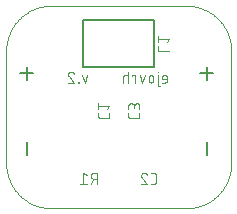
<source format=gbo>
G04 EAGLE Gerber X2 export*
%TF.Part,Single*%
%TF.FileFunction,Other,Silk bottom*%
%TF.FilePolarity,Positive*%
%TF.GenerationSoftware,Autodesk,EAGLE,9.0.0*%
%TF.CreationDate,2018-05-03T06:21:48Z*%
G75*
%MOMM*%
%FSLAX35Y35*%
%LPD*%
%AMOC8*
5,1,8,0,0,1.08239X$1,22.5*%
G01*
%ADD10C,0.100000*%
%ADD11C,0.076200*%
%ADD12C,0.152400*%
%ADD13C,0.127000*%


D10*
X952500Y2286000D02*
X2095500Y2286000D01*
X2476500Y1905000D02*
X2476500Y952500D01*
X2095500Y571500D02*
X952500Y571500D01*
X571500Y952500D02*
X571500Y1905000D01*
X571611Y1914206D01*
X571945Y1923407D01*
X572501Y1932598D01*
X573279Y1941772D01*
X574278Y1950924D01*
X575498Y1960050D01*
X576938Y1969144D01*
X578598Y1978200D01*
X580476Y1987214D01*
X582571Y1996179D01*
X584882Y2005092D01*
X587408Y2013945D01*
X590147Y2022735D01*
X593098Y2031457D01*
X596259Y2040104D01*
X599627Y2048673D01*
X603202Y2057158D01*
X606981Y2065554D01*
X610961Y2073856D01*
X615141Y2082060D01*
X619518Y2090160D01*
X624090Y2098152D01*
X628853Y2106031D01*
X633805Y2113793D01*
X638943Y2121433D01*
X644265Y2128946D01*
X649766Y2136329D01*
X655444Y2143577D01*
X661296Y2150685D01*
X667317Y2157650D01*
X673506Y2164467D01*
X679857Y2171133D01*
X686367Y2177643D01*
X693033Y2183994D01*
X699850Y2190183D01*
X706815Y2196204D01*
X713923Y2202056D01*
X721171Y2207734D01*
X728554Y2213235D01*
X736067Y2218557D01*
X743707Y2223695D01*
X751469Y2228647D01*
X759348Y2233410D01*
X767340Y2237982D01*
X775440Y2242359D01*
X783644Y2246539D01*
X791946Y2250519D01*
X800342Y2254298D01*
X808827Y2257873D01*
X817396Y2261241D01*
X826043Y2264402D01*
X834765Y2267353D01*
X843555Y2270092D01*
X852408Y2272618D01*
X861321Y2274929D01*
X870286Y2277024D01*
X879300Y2278902D01*
X888356Y2280562D01*
X897450Y2282002D01*
X906576Y2283222D01*
X915728Y2284221D01*
X924902Y2284999D01*
X934093Y2285555D01*
X943294Y2285889D01*
X952500Y2286000D01*
X2095500Y2286000D02*
X2104706Y2285889D01*
X2113907Y2285555D01*
X2123098Y2284999D01*
X2132272Y2284221D01*
X2141424Y2283222D01*
X2150550Y2282002D01*
X2159644Y2280562D01*
X2168700Y2278902D01*
X2177714Y2277024D01*
X2186679Y2274929D01*
X2195592Y2272618D01*
X2204445Y2270092D01*
X2213235Y2267353D01*
X2221957Y2264402D01*
X2230604Y2261241D01*
X2239173Y2257873D01*
X2247658Y2254298D01*
X2256054Y2250519D01*
X2264356Y2246539D01*
X2272560Y2242359D01*
X2280660Y2237982D01*
X2288652Y2233410D01*
X2296531Y2228647D01*
X2304293Y2223695D01*
X2311933Y2218557D01*
X2319446Y2213235D01*
X2326829Y2207734D01*
X2334077Y2202056D01*
X2341185Y2196204D01*
X2348150Y2190183D01*
X2354967Y2183994D01*
X2361633Y2177643D01*
X2368143Y2171133D01*
X2374494Y2164467D01*
X2380683Y2157650D01*
X2386704Y2150685D01*
X2392556Y2143577D01*
X2398234Y2136329D01*
X2403735Y2128946D01*
X2409057Y2121433D01*
X2414195Y2113793D01*
X2419147Y2106031D01*
X2423910Y2098152D01*
X2428482Y2090160D01*
X2432859Y2082060D01*
X2437039Y2073856D01*
X2441019Y2065554D01*
X2444798Y2057158D01*
X2448373Y2048673D01*
X2451741Y2040104D01*
X2454902Y2031457D01*
X2457853Y2022735D01*
X2460592Y2013945D01*
X2463118Y2005092D01*
X2465429Y1996179D01*
X2467524Y1987214D01*
X2469402Y1978200D01*
X2471062Y1969144D01*
X2472502Y1960050D01*
X2473722Y1950924D01*
X2474721Y1941772D01*
X2475499Y1932598D01*
X2476055Y1923407D01*
X2476389Y1914206D01*
X2476500Y1905000D01*
X2476500Y952500D02*
X2476389Y943294D01*
X2476055Y934093D01*
X2475499Y924902D01*
X2474721Y915728D01*
X2473722Y906576D01*
X2472502Y897450D01*
X2471062Y888356D01*
X2469402Y879300D01*
X2467524Y870286D01*
X2465429Y861321D01*
X2463118Y852408D01*
X2460592Y843555D01*
X2457853Y834765D01*
X2454902Y826043D01*
X2451741Y817396D01*
X2448373Y808827D01*
X2444798Y800342D01*
X2441019Y791946D01*
X2437039Y783644D01*
X2432859Y775440D01*
X2428482Y767340D01*
X2423910Y759348D01*
X2419147Y751469D01*
X2414195Y743707D01*
X2409057Y736067D01*
X2403735Y728554D01*
X2398234Y721171D01*
X2392556Y713923D01*
X2386704Y706815D01*
X2380683Y699850D01*
X2374494Y693033D01*
X2368143Y686367D01*
X2361633Y679857D01*
X2354967Y673506D01*
X2348150Y667317D01*
X2341185Y661296D01*
X2334077Y655444D01*
X2326829Y649766D01*
X2319446Y644265D01*
X2311933Y638943D01*
X2304293Y633805D01*
X2296531Y628853D01*
X2288652Y624090D01*
X2280660Y619518D01*
X2272560Y615141D01*
X2264356Y610961D01*
X2256054Y606981D01*
X2247658Y603202D01*
X2239173Y599627D01*
X2230604Y596259D01*
X2221957Y593098D01*
X2213235Y590147D01*
X2204445Y587408D01*
X2195592Y584882D01*
X2186679Y582571D01*
X2177714Y580476D01*
X2168700Y578598D01*
X2159644Y576938D01*
X2150550Y575498D01*
X2141424Y574278D01*
X2132272Y573279D01*
X2123098Y572501D01*
X2113907Y571945D01*
X2104706Y571611D01*
X2095500Y571500D01*
X952500Y571500D02*
X943294Y571611D01*
X934093Y571945D01*
X924902Y572501D01*
X915728Y573279D01*
X906576Y574278D01*
X897450Y575498D01*
X888356Y576938D01*
X879300Y578598D01*
X870286Y580476D01*
X861321Y582571D01*
X852408Y584882D01*
X843555Y587408D01*
X834765Y590147D01*
X826043Y593098D01*
X817396Y596259D01*
X808827Y599627D01*
X800342Y603202D01*
X791946Y606981D01*
X783644Y610961D01*
X775440Y615141D01*
X767340Y619518D01*
X759348Y624090D01*
X751469Y628853D01*
X743707Y633805D01*
X736067Y638943D01*
X728554Y644265D01*
X721171Y649766D01*
X713923Y655444D01*
X706815Y661296D01*
X699850Y667317D01*
X693033Y673506D01*
X686367Y679857D01*
X679857Y686367D01*
X673506Y693033D01*
X667317Y699850D01*
X661296Y706815D01*
X655444Y713923D01*
X649766Y721171D01*
X644265Y728554D01*
X638943Y736067D01*
X633805Y743707D01*
X628853Y751469D01*
X624090Y759348D01*
X619518Y767340D01*
X615141Y775440D01*
X610961Y783644D01*
X606981Y791946D01*
X603202Y800342D01*
X599627Y808827D01*
X596259Y817396D01*
X593098Y826043D01*
X590147Y834765D01*
X587408Y843555D01*
X584882Y852408D01*
X582571Y861321D01*
X580476Y870286D01*
X578598Y879300D01*
X576938Y888356D01*
X575498Y897450D01*
X574278Y906576D01*
X573279Y915728D01*
X572501Y924902D01*
X571945Y934093D01*
X571611Y943294D01*
X571500Y952500D01*
D11*
X1890721Y1636560D02*
X1916382Y1636560D01*
X1916754Y1636564D01*
X1917126Y1636578D01*
X1917497Y1636600D01*
X1917868Y1636632D01*
X1918238Y1636672D01*
X1918607Y1636722D01*
X1918974Y1636780D01*
X1919340Y1636847D01*
X1919704Y1636923D01*
X1920067Y1637007D01*
X1920427Y1637101D01*
X1920784Y1637203D01*
X1921140Y1637314D01*
X1921492Y1637433D01*
X1921842Y1637561D01*
X1922188Y1637697D01*
X1922531Y1637841D01*
X1922870Y1637994D01*
X1923205Y1638155D01*
X1923537Y1638324D01*
X1923864Y1638500D01*
X1924187Y1638685D01*
X1924506Y1638878D01*
X1924819Y1639078D01*
X1925128Y1639285D01*
X1925432Y1639500D01*
X1925730Y1639723D01*
X1926023Y1639952D01*
X1926310Y1640189D01*
X1926592Y1640432D01*
X1926867Y1640682D01*
X1927136Y1640939D01*
X1927399Y1641202D01*
X1927656Y1641471D01*
X1927906Y1641747D01*
X1928150Y1642028D01*
X1928386Y1642315D01*
X1928615Y1642608D01*
X1928838Y1642907D01*
X1929053Y1643210D01*
X1929260Y1643519D01*
X1929461Y1643833D01*
X1929653Y1644151D01*
X1929838Y1644474D01*
X1930015Y1644801D01*
X1930183Y1645133D01*
X1930344Y1645468D01*
X1930497Y1645808D01*
X1930641Y1646150D01*
X1930778Y1646497D01*
X1930905Y1646846D01*
X1931025Y1647199D01*
X1931135Y1647554D01*
X1931237Y1647912D01*
X1931331Y1648272D01*
X1931415Y1648634D01*
X1931491Y1648998D01*
X1931558Y1649364D01*
X1931616Y1649732D01*
X1931666Y1650101D01*
X1931706Y1650470D01*
X1931738Y1650841D01*
X1931760Y1651212D01*
X1931774Y1651584D01*
X1931778Y1651956D01*
X1931778Y1651957D02*
X1931778Y1677618D01*
X1931779Y1677618D02*
X1931773Y1678118D01*
X1931755Y1678618D01*
X1931724Y1679117D01*
X1931682Y1679615D01*
X1931627Y1680112D01*
X1931560Y1680607D01*
X1931481Y1681101D01*
X1931391Y1681592D01*
X1931288Y1682082D01*
X1931173Y1682568D01*
X1931047Y1683052D01*
X1930909Y1683532D01*
X1930759Y1684009D01*
X1930597Y1684483D01*
X1930424Y1684952D01*
X1930240Y1685416D01*
X1930045Y1685876D01*
X1929838Y1686332D01*
X1929620Y1686782D01*
X1929392Y1687226D01*
X1929152Y1687665D01*
X1928902Y1688098D01*
X1928642Y1688525D01*
X1928371Y1688945D01*
X1928090Y1689359D01*
X1927799Y1689765D01*
X1927499Y1690165D01*
X1927188Y1690557D01*
X1926868Y1690941D01*
X1926539Y1691317D01*
X1926201Y1691686D01*
X1925854Y1692046D01*
X1925499Y1692397D01*
X1925135Y1692739D01*
X1924762Y1693073D01*
X1924382Y1693398D01*
X1923994Y1693713D01*
X1923598Y1694018D01*
X1923195Y1694314D01*
X1922785Y1694600D01*
X1922368Y1694876D01*
X1921944Y1695141D01*
X1921515Y1695397D01*
X1921079Y1695641D01*
X1920637Y1695875D01*
X1920189Y1696098D01*
X1919737Y1696311D01*
X1919279Y1696512D01*
X1918817Y1696702D01*
X1918350Y1696880D01*
X1917878Y1697047D01*
X1917403Y1697203D01*
X1916925Y1697347D01*
X1916442Y1697479D01*
X1915957Y1697600D01*
X1915469Y1697709D01*
X1914979Y1697806D01*
X1914486Y1697890D01*
X1913992Y1697963D01*
X1913495Y1698024D01*
X1912998Y1698072D01*
X1912499Y1698109D01*
X1912000Y1698133D01*
X1911500Y1698145D01*
X1911000Y1698145D01*
X1910500Y1698133D01*
X1910001Y1698109D01*
X1909502Y1698072D01*
X1909005Y1698024D01*
X1908508Y1697963D01*
X1908014Y1697890D01*
X1907521Y1697806D01*
X1907031Y1697709D01*
X1906543Y1697600D01*
X1906058Y1697479D01*
X1905575Y1697347D01*
X1905097Y1697203D01*
X1904622Y1697047D01*
X1904150Y1696880D01*
X1903683Y1696702D01*
X1903221Y1696512D01*
X1902763Y1696311D01*
X1902311Y1696098D01*
X1901863Y1695875D01*
X1901421Y1695641D01*
X1900986Y1695397D01*
X1900556Y1695141D01*
X1900132Y1694876D01*
X1899715Y1694600D01*
X1899305Y1694314D01*
X1898902Y1694018D01*
X1898506Y1693713D01*
X1898118Y1693398D01*
X1897738Y1693073D01*
X1897365Y1692739D01*
X1897001Y1692397D01*
X1896646Y1692046D01*
X1896299Y1691686D01*
X1895961Y1691317D01*
X1895632Y1690941D01*
X1895312Y1690557D01*
X1895001Y1690165D01*
X1894701Y1689765D01*
X1894410Y1689359D01*
X1894129Y1688945D01*
X1893858Y1688525D01*
X1893598Y1688098D01*
X1893348Y1687665D01*
X1893108Y1687226D01*
X1892880Y1686782D01*
X1892662Y1686332D01*
X1892455Y1685876D01*
X1892260Y1685416D01*
X1892076Y1684952D01*
X1891903Y1684483D01*
X1891741Y1684009D01*
X1891591Y1683532D01*
X1891453Y1683052D01*
X1891327Y1682568D01*
X1891212Y1682082D01*
X1891109Y1681592D01*
X1891019Y1681101D01*
X1890940Y1680607D01*
X1890873Y1680112D01*
X1890818Y1679615D01*
X1890776Y1679117D01*
X1890745Y1678618D01*
X1890727Y1678118D01*
X1890721Y1677618D01*
X1890721Y1667353D01*
X1931778Y1667353D01*
X1855768Y1698147D02*
X1855768Y1621163D01*
X1855772Y1620791D01*
X1855786Y1620419D01*
X1855808Y1620048D01*
X1855840Y1619677D01*
X1855880Y1619307D01*
X1855930Y1618938D01*
X1855988Y1618571D01*
X1856055Y1618205D01*
X1856131Y1617841D01*
X1856215Y1617478D01*
X1856309Y1617118D01*
X1856411Y1616760D01*
X1856522Y1616405D01*
X1856641Y1616053D01*
X1856769Y1615703D01*
X1856905Y1615357D01*
X1857049Y1615014D01*
X1857202Y1614675D01*
X1857363Y1614339D01*
X1857532Y1614008D01*
X1857709Y1613680D01*
X1857893Y1613357D01*
X1858086Y1613039D01*
X1858286Y1612725D01*
X1858494Y1612417D01*
X1858709Y1612113D01*
X1858931Y1611815D01*
X1859160Y1611522D01*
X1859397Y1611234D01*
X1859640Y1610953D01*
X1859890Y1610677D01*
X1860147Y1610408D01*
X1860410Y1610145D01*
X1860679Y1609888D01*
X1860955Y1609638D01*
X1861236Y1609395D01*
X1861524Y1609158D01*
X1861817Y1608929D01*
X1862115Y1608707D01*
X1862419Y1608492D01*
X1862727Y1608284D01*
X1863041Y1608084D01*
X1863359Y1607891D01*
X1863682Y1607707D01*
X1864010Y1607530D01*
X1864341Y1607361D01*
X1864677Y1607200D01*
X1865016Y1607047D01*
X1865359Y1606903D01*
X1865705Y1606767D01*
X1866055Y1606639D01*
X1866407Y1606520D01*
X1866762Y1606409D01*
X1867120Y1606307D01*
X1867480Y1606213D01*
X1867843Y1606129D01*
X1868207Y1606053D01*
X1868573Y1605986D01*
X1868940Y1605928D01*
X1869309Y1605878D01*
X1869679Y1605838D01*
X1870050Y1605806D01*
X1870421Y1605784D01*
X1870793Y1605770D01*
X1871165Y1605766D01*
X1871165Y1605767D02*
X1876297Y1605767D01*
X1858335Y1723808D02*
X1858335Y1728940D01*
X1853202Y1728940D01*
X1853202Y1723808D01*
X1858335Y1723808D01*
X1817778Y1677618D02*
X1817778Y1657089D01*
X1817779Y1677618D02*
X1817773Y1678118D01*
X1817755Y1678618D01*
X1817724Y1679117D01*
X1817682Y1679615D01*
X1817627Y1680112D01*
X1817560Y1680607D01*
X1817481Y1681101D01*
X1817391Y1681592D01*
X1817288Y1682082D01*
X1817173Y1682568D01*
X1817047Y1683052D01*
X1816909Y1683532D01*
X1816759Y1684009D01*
X1816597Y1684483D01*
X1816424Y1684952D01*
X1816240Y1685416D01*
X1816045Y1685876D01*
X1815838Y1686332D01*
X1815620Y1686782D01*
X1815392Y1687226D01*
X1815152Y1687665D01*
X1814902Y1688098D01*
X1814642Y1688525D01*
X1814371Y1688945D01*
X1814090Y1689359D01*
X1813799Y1689765D01*
X1813499Y1690165D01*
X1813188Y1690557D01*
X1812868Y1690941D01*
X1812539Y1691317D01*
X1812201Y1691686D01*
X1811854Y1692046D01*
X1811499Y1692397D01*
X1811135Y1692739D01*
X1810762Y1693073D01*
X1810382Y1693398D01*
X1809994Y1693713D01*
X1809598Y1694018D01*
X1809195Y1694314D01*
X1808785Y1694600D01*
X1808368Y1694876D01*
X1807944Y1695141D01*
X1807515Y1695397D01*
X1807079Y1695641D01*
X1806637Y1695875D01*
X1806189Y1696098D01*
X1805737Y1696311D01*
X1805279Y1696512D01*
X1804817Y1696702D01*
X1804350Y1696880D01*
X1803878Y1697047D01*
X1803403Y1697203D01*
X1802925Y1697347D01*
X1802442Y1697479D01*
X1801957Y1697600D01*
X1801469Y1697709D01*
X1800979Y1697806D01*
X1800486Y1697890D01*
X1799992Y1697963D01*
X1799495Y1698024D01*
X1798998Y1698072D01*
X1798499Y1698109D01*
X1798000Y1698133D01*
X1797500Y1698145D01*
X1797000Y1698145D01*
X1796500Y1698133D01*
X1796001Y1698109D01*
X1795502Y1698072D01*
X1795005Y1698024D01*
X1794508Y1697963D01*
X1794014Y1697890D01*
X1793521Y1697806D01*
X1793031Y1697709D01*
X1792543Y1697600D01*
X1792058Y1697479D01*
X1791575Y1697347D01*
X1791097Y1697203D01*
X1790622Y1697047D01*
X1790150Y1696880D01*
X1789683Y1696702D01*
X1789221Y1696512D01*
X1788763Y1696311D01*
X1788311Y1696098D01*
X1787863Y1695875D01*
X1787421Y1695641D01*
X1786986Y1695397D01*
X1786556Y1695141D01*
X1786132Y1694876D01*
X1785715Y1694600D01*
X1785305Y1694314D01*
X1784902Y1694018D01*
X1784506Y1693713D01*
X1784118Y1693398D01*
X1783738Y1693073D01*
X1783365Y1692739D01*
X1783001Y1692397D01*
X1782646Y1692046D01*
X1782299Y1691686D01*
X1781961Y1691317D01*
X1781632Y1690941D01*
X1781312Y1690557D01*
X1781001Y1690165D01*
X1780701Y1689765D01*
X1780410Y1689359D01*
X1780129Y1688945D01*
X1779858Y1688525D01*
X1779598Y1688098D01*
X1779348Y1687665D01*
X1779108Y1687226D01*
X1778880Y1686782D01*
X1778662Y1686332D01*
X1778455Y1685876D01*
X1778260Y1685416D01*
X1778076Y1684952D01*
X1777903Y1684483D01*
X1777741Y1684009D01*
X1777591Y1683532D01*
X1777453Y1683052D01*
X1777327Y1682568D01*
X1777212Y1682082D01*
X1777109Y1681592D01*
X1777019Y1681101D01*
X1776940Y1680607D01*
X1776873Y1680112D01*
X1776818Y1679615D01*
X1776776Y1679117D01*
X1776745Y1678618D01*
X1776727Y1678118D01*
X1776721Y1677618D01*
X1776721Y1657089D01*
X1776727Y1656589D01*
X1776745Y1656089D01*
X1776776Y1655590D01*
X1776818Y1655092D01*
X1776873Y1654595D01*
X1776940Y1654100D01*
X1777019Y1653606D01*
X1777109Y1653115D01*
X1777212Y1652625D01*
X1777327Y1652139D01*
X1777453Y1651655D01*
X1777591Y1651175D01*
X1777741Y1650698D01*
X1777903Y1650224D01*
X1778076Y1649755D01*
X1778260Y1649291D01*
X1778455Y1648831D01*
X1778662Y1648375D01*
X1778880Y1647925D01*
X1779108Y1647481D01*
X1779348Y1647042D01*
X1779598Y1646609D01*
X1779858Y1646182D01*
X1780129Y1645762D01*
X1780410Y1645348D01*
X1780701Y1644942D01*
X1781001Y1644542D01*
X1781312Y1644150D01*
X1781632Y1643766D01*
X1781961Y1643390D01*
X1782299Y1643021D01*
X1782646Y1642661D01*
X1783001Y1642310D01*
X1783365Y1641968D01*
X1783738Y1641634D01*
X1784118Y1641309D01*
X1784506Y1640994D01*
X1784902Y1640689D01*
X1785305Y1640393D01*
X1785715Y1640107D01*
X1786132Y1639831D01*
X1786556Y1639566D01*
X1786986Y1639310D01*
X1787421Y1639066D01*
X1787863Y1638832D01*
X1788311Y1638609D01*
X1788763Y1638396D01*
X1789221Y1638195D01*
X1789683Y1638005D01*
X1790150Y1637827D01*
X1790622Y1637660D01*
X1791097Y1637504D01*
X1791575Y1637360D01*
X1792058Y1637228D01*
X1792543Y1637107D01*
X1793031Y1636998D01*
X1793521Y1636901D01*
X1794014Y1636817D01*
X1794508Y1636744D01*
X1795005Y1636683D01*
X1795502Y1636635D01*
X1796001Y1636598D01*
X1796500Y1636574D01*
X1797000Y1636562D01*
X1797500Y1636562D01*
X1798000Y1636574D01*
X1798499Y1636598D01*
X1798998Y1636635D01*
X1799495Y1636683D01*
X1799992Y1636744D01*
X1800486Y1636817D01*
X1800979Y1636901D01*
X1801469Y1636998D01*
X1801957Y1637107D01*
X1802442Y1637228D01*
X1802925Y1637360D01*
X1803403Y1637504D01*
X1803878Y1637660D01*
X1804350Y1637827D01*
X1804817Y1638005D01*
X1805279Y1638195D01*
X1805737Y1638396D01*
X1806189Y1638609D01*
X1806637Y1638832D01*
X1807079Y1639066D01*
X1807515Y1639310D01*
X1807944Y1639566D01*
X1808368Y1639831D01*
X1808785Y1640107D01*
X1809195Y1640393D01*
X1809598Y1640689D01*
X1809994Y1640994D01*
X1810382Y1641309D01*
X1810762Y1641634D01*
X1811135Y1641968D01*
X1811499Y1642310D01*
X1811854Y1642661D01*
X1812201Y1643021D01*
X1812539Y1643390D01*
X1812868Y1643766D01*
X1813188Y1644150D01*
X1813499Y1644542D01*
X1813799Y1644942D01*
X1814090Y1645348D01*
X1814371Y1645762D01*
X1814642Y1646182D01*
X1814902Y1646609D01*
X1815152Y1647042D01*
X1815392Y1647481D01*
X1815620Y1647925D01*
X1815838Y1648375D01*
X1816045Y1648831D01*
X1816240Y1649291D01*
X1816424Y1649755D01*
X1816597Y1650224D01*
X1816759Y1650698D01*
X1816909Y1651175D01*
X1817047Y1651655D01*
X1817173Y1652139D01*
X1817288Y1652625D01*
X1817391Y1653115D01*
X1817481Y1653606D01*
X1817560Y1654100D01*
X1817627Y1654595D01*
X1817682Y1655092D01*
X1817724Y1655590D01*
X1817755Y1656089D01*
X1817773Y1656589D01*
X1817779Y1657089D01*
X1742778Y1698147D02*
X1722250Y1636560D01*
X1701721Y1698147D01*
X1664268Y1698147D02*
X1664268Y1636560D01*
X1664268Y1698147D02*
X1633475Y1698147D01*
X1633475Y1687882D01*
X1601779Y1728940D02*
X1601779Y1636560D01*
X1601779Y1698147D02*
X1576118Y1698147D01*
X1575740Y1698142D01*
X1575363Y1698128D01*
X1574985Y1698105D01*
X1574609Y1698073D01*
X1574233Y1698031D01*
X1573859Y1697980D01*
X1573486Y1697920D01*
X1573114Y1697851D01*
X1572745Y1697773D01*
X1572377Y1697686D01*
X1572011Y1697589D01*
X1571649Y1697484D01*
X1571288Y1697370D01*
X1570931Y1697247D01*
X1570577Y1697115D01*
X1570226Y1696975D01*
X1569879Y1696826D01*
X1569535Y1696669D01*
X1569195Y1696503D01*
X1568860Y1696329D01*
X1568529Y1696147D01*
X1568202Y1695957D01*
X1567881Y1695758D01*
X1567564Y1695552D01*
X1567252Y1695338D01*
X1566946Y1695117D01*
X1566645Y1694888D01*
X1566350Y1694652D01*
X1566061Y1694409D01*
X1565778Y1694159D01*
X1565501Y1693901D01*
X1565231Y1693637D01*
X1564967Y1693367D01*
X1564710Y1693090D01*
X1564459Y1692807D01*
X1564216Y1692518D01*
X1563980Y1692223D01*
X1563751Y1691922D01*
X1563530Y1691616D01*
X1563316Y1691304D01*
X1563110Y1690988D01*
X1562912Y1690666D01*
X1562721Y1690339D01*
X1562539Y1690008D01*
X1562365Y1689673D01*
X1562199Y1689333D01*
X1562042Y1688990D01*
X1561893Y1688642D01*
X1561753Y1688292D01*
X1561621Y1687937D01*
X1561498Y1687580D01*
X1561384Y1687220D01*
X1561279Y1686857D01*
X1561182Y1686491D01*
X1561095Y1686124D01*
X1561017Y1685754D01*
X1560948Y1685383D01*
X1560888Y1685009D01*
X1560837Y1684635D01*
X1560795Y1684259D01*
X1560763Y1683883D01*
X1560740Y1683506D01*
X1560726Y1683128D01*
X1560721Y1682750D01*
X1560721Y1636560D01*
X1256345Y1698147D02*
X1235816Y1636560D01*
X1215287Y1698147D01*
X1184382Y1641692D02*
X1184382Y1636560D01*
X1184382Y1641692D02*
X1179250Y1641692D01*
X1179250Y1636560D01*
X1184382Y1636560D01*
X1093156Y1705845D02*
X1093163Y1706412D01*
X1093184Y1706978D01*
X1093219Y1707544D01*
X1093267Y1708109D01*
X1093330Y1708672D01*
X1093406Y1709234D01*
X1093496Y1709793D01*
X1093600Y1710351D01*
X1093717Y1710905D01*
X1093848Y1711457D01*
X1093993Y1712005D01*
X1094150Y1712549D01*
X1094322Y1713089D01*
X1094506Y1713625D01*
X1094704Y1714157D01*
X1094914Y1714683D01*
X1095137Y1715204D01*
X1095373Y1715719D01*
X1095622Y1716229D01*
X1095883Y1716732D01*
X1096156Y1717228D01*
X1096442Y1717718D01*
X1096739Y1718201D01*
X1097048Y1718676D01*
X1097369Y1719143D01*
X1097701Y1719603D01*
X1098044Y1720054D01*
X1098398Y1720496D01*
X1098763Y1720930D01*
X1099139Y1721355D01*
X1099524Y1721770D01*
X1099920Y1722176D01*
X1100326Y1722571D01*
X1100741Y1722957D01*
X1101166Y1723333D01*
X1101600Y1723698D01*
X1102042Y1724052D01*
X1102493Y1724395D01*
X1102953Y1724727D01*
X1103420Y1725048D01*
X1103895Y1725357D01*
X1104378Y1725654D01*
X1104867Y1725940D01*
X1105364Y1726213D01*
X1105867Y1726474D01*
X1106376Y1726723D01*
X1106892Y1726959D01*
X1107413Y1727182D01*
X1107939Y1727392D01*
X1108470Y1727590D01*
X1109006Y1727774D01*
X1109547Y1727945D01*
X1110091Y1728103D01*
X1110639Y1728248D01*
X1111191Y1728379D01*
X1111745Y1728496D01*
X1112302Y1728600D01*
X1112862Y1728690D01*
X1113424Y1728766D01*
X1113987Y1728829D01*
X1114552Y1728877D01*
X1115117Y1728912D01*
X1115684Y1728933D01*
X1116251Y1728940D01*
X1116968Y1728931D01*
X1117685Y1728905D01*
X1118402Y1728862D01*
X1119117Y1728801D01*
X1119830Y1728723D01*
X1120541Y1728628D01*
X1121250Y1728516D01*
X1121956Y1728386D01*
X1122658Y1728240D01*
X1123357Y1728077D01*
X1124051Y1727896D01*
X1124741Y1727699D01*
X1125426Y1727486D01*
X1126106Y1727256D01*
X1126780Y1727009D01*
X1127447Y1726746D01*
X1128109Y1726468D01*
X1128763Y1726173D01*
X1129410Y1725862D01*
X1130049Y1725536D01*
X1130680Y1725195D01*
X1131303Y1724839D01*
X1131917Y1724467D01*
X1132522Y1724081D01*
X1133117Y1723680D01*
X1133702Y1723265D01*
X1134277Y1722836D01*
X1134842Y1722393D01*
X1135396Y1721937D01*
X1135938Y1721467D01*
X1136469Y1720985D01*
X1136989Y1720489D01*
X1137496Y1719982D01*
X1137990Y1719462D01*
X1138472Y1718930D01*
X1138941Y1718387D01*
X1139397Y1717833D01*
X1139839Y1717268D01*
X1140267Y1716692D01*
X1140682Y1716106D01*
X1141082Y1715510D01*
X1141467Y1714905D01*
X1141838Y1714291D01*
X1142194Y1713668D01*
X1142534Y1713036D01*
X1142859Y1712396D01*
X1143169Y1711749D01*
X1143463Y1711095D01*
X1143741Y1710433D01*
X1144003Y1709765D01*
X1144248Y1709091D01*
X1144478Y1708411D01*
X1100854Y1687882D02*
X1100418Y1688307D01*
X1099993Y1688743D01*
X1099579Y1689189D01*
X1099176Y1689645D01*
X1098784Y1690111D01*
X1098403Y1690586D01*
X1098035Y1691071D01*
X1097678Y1691564D01*
X1097334Y1692066D01*
X1097002Y1692576D01*
X1096683Y1693095D01*
X1096376Y1693620D01*
X1096083Y1694154D01*
X1095803Y1694694D01*
X1095536Y1695241D01*
X1095282Y1695795D01*
X1095043Y1696354D01*
X1094817Y1696919D01*
X1094605Y1697490D01*
X1094407Y1698065D01*
X1094223Y1698646D01*
X1094053Y1699230D01*
X1093898Y1699819D01*
X1093758Y1700411D01*
X1093631Y1701007D01*
X1093520Y1701605D01*
X1093423Y1702206D01*
X1093341Y1702809D01*
X1093274Y1703414D01*
X1093222Y1704021D01*
X1093185Y1704628D01*
X1093162Y1705236D01*
X1093155Y1705845D01*
X1100854Y1687882D02*
X1144478Y1636560D01*
X1093155Y1636560D01*
D12*
X743938Y1660313D02*
X743938Y1768687D01*
X689751Y1714500D02*
X798124Y1714500D01*
X2267938Y1660313D02*
X2267938Y1768687D01*
X2213751Y1714500D02*
X2322124Y1714500D01*
X2267938Y1133687D02*
X2267938Y1025313D01*
X743938Y1025313D02*
X743938Y1133687D01*
D11*
X1800231Y779310D02*
X1820760Y779310D01*
X1821256Y779316D01*
X1821752Y779334D01*
X1822247Y779364D01*
X1822741Y779406D01*
X1823234Y779460D01*
X1823726Y779525D01*
X1824216Y779603D01*
X1824704Y779692D01*
X1825190Y779794D01*
X1825673Y779907D01*
X1826153Y780031D01*
X1826630Y780167D01*
X1827104Y780315D01*
X1827574Y780474D01*
X1828040Y780644D01*
X1828501Y780826D01*
X1828959Y781018D01*
X1829411Y781222D01*
X1829858Y781436D01*
X1830300Y781661D01*
X1830737Y781897D01*
X1831167Y782144D01*
X1831592Y782400D01*
X1832010Y782667D01*
X1832422Y782944D01*
X1832827Y783231D01*
X1833224Y783527D01*
X1833615Y783833D01*
X1833998Y784148D01*
X1834373Y784473D01*
X1834741Y784806D01*
X1835100Y785148D01*
X1835451Y785499D01*
X1835793Y785858D01*
X1836126Y786226D01*
X1836451Y786601D01*
X1836766Y786984D01*
X1837072Y787375D01*
X1837368Y787772D01*
X1837655Y788177D01*
X1837932Y788589D01*
X1838199Y789007D01*
X1838455Y789432D01*
X1838702Y789862D01*
X1838938Y790299D01*
X1839163Y790741D01*
X1839377Y791188D01*
X1839581Y791640D01*
X1839773Y792098D01*
X1839955Y792559D01*
X1840125Y793025D01*
X1840284Y793495D01*
X1840432Y793969D01*
X1840568Y794446D01*
X1840692Y794926D01*
X1840805Y795409D01*
X1840907Y795895D01*
X1840996Y796383D01*
X1841074Y796873D01*
X1841139Y797365D01*
X1841193Y797858D01*
X1841235Y798352D01*
X1841265Y798847D01*
X1841283Y799343D01*
X1841289Y799839D01*
X1841288Y799839D02*
X1841288Y851161D01*
X1841289Y851161D02*
X1841283Y851657D01*
X1841265Y852153D01*
X1841235Y852648D01*
X1841193Y853142D01*
X1841139Y853635D01*
X1841074Y854127D01*
X1840996Y854617D01*
X1840907Y855105D01*
X1840805Y855591D01*
X1840692Y856074D01*
X1840568Y856554D01*
X1840432Y857031D01*
X1840284Y857505D01*
X1840125Y857975D01*
X1839955Y858441D01*
X1839773Y858902D01*
X1839581Y859360D01*
X1839377Y859812D01*
X1839163Y860259D01*
X1838938Y860701D01*
X1838702Y861138D01*
X1838455Y861568D01*
X1838199Y861993D01*
X1837932Y862411D01*
X1837655Y862823D01*
X1837368Y863228D01*
X1837072Y863625D01*
X1836766Y864016D01*
X1836451Y864399D01*
X1836126Y864774D01*
X1835793Y865142D01*
X1835451Y865501D01*
X1835100Y865852D01*
X1834741Y866194D01*
X1834373Y866527D01*
X1833998Y866852D01*
X1833615Y867167D01*
X1833224Y867473D01*
X1832827Y867769D01*
X1832422Y868056D01*
X1832010Y868333D01*
X1831592Y868600D01*
X1831167Y868856D01*
X1830737Y869103D01*
X1830300Y869339D01*
X1829858Y869564D01*
X1829411Y869778D01*
X1828959Y869982D01*
X1828501Y870174D01*
X1828040Y870356D01*
X1827574Y870526D01*
X1827104Y870685D01*
X1826630Y870833D01*
X1826153Y870969D01*
X1825673Y871093D01*
X1825190Y871206D01*
X1824704Y871308D01*
X1824216Y871397D01*
X1823726Y871475D01*
X1823234Y871540D01*
X1822741Y871594D01*
X1822247Y871636D01*
X1821752Y871666D01*
X1821256Y871684D01*
X1820760Y871690D01*
X1800231Y871690D01*
X1737807Y871690D02*
X1737240Y871683D01*
X1736673Y871662D01*
X1736108Y871627D01*
X1735543Y871579D01*
X1734980Y871516D01*
X1734418Y871440D01*
X1733858Y871350D01*
X1733301Y871246D01*
X1732747Y871129D01*
X1732195Y870998D01*
X1731647Y870853D01*
X1731103Y870695D01*
X1730562Y870524D01*
X1730026Y870340D01*
X1729495Y870142D01*
X1728969Y869932D01*
X1728448Y869709D01*
X1727932Y869473D01*
X1727423Y869224D01*
X1726920Y868963D01*
X1726423Y868690D01*
X1725934Y868404D01*
X1725451Y868107D01*
X1724976Y867798D01*
X1724509Y867477D01*
X1724049Y867145D01*
X1723598Y866802D01*
X1723156Y866448D01*
X1722722Y866083D01*
X1722297Y865707D01*
X1721882Y865321D01*
X1721476Y864926D01*
X1721080Y864520D01*
X1720695Y864105D01*
X1720319Y863680D01*
X1719954Y863246D01*
X1719600Y862804D01*
X1719257Y862353D01*
X1718925Y861893D01*
X1718604Y861426D01*
X1718295Y860951D01*
X1717998Y860468D01*
X1717712Y859978D01*
X1717439Y859482D01*
X1717178Y858979D01*
X1716929Y858469D01*
X1716693Y857954D01*
X1716470Y857433D01*
X1716260Y856907D01*
X1716062Y856375D01*
X1715878Y855839D01*
X1715706Y855299D01*
X1715549Y854755D01*
X1715404Y854207D01*
X1715273Y853655D01*
X1715156Y853101D01*
X1715052Y852543D01*
X1714962Y851984D01*
X1714886Y851422D01*
X1714823Y850859D01*
X1714775Y850294D01*
X1714740Y849728D01*
X1714719Y849162D01*
X1714712Y848595D01*
X1737807Y871690D02*
X1738524Y871681D01*
X1739241Y871655D01*
X1739958Y871612D01*
X1740673Y871551D01*
X1741386Y871473D01*
X1742097Y871378D01*
X1742806Y871266D01*
X1743512Y871136D01*
X1744214Y870990D01*
X1744913Y870827D01*
X1745607Y870646D01*
X1746297Y870449D01*
X1746982Y870236D01*
X1747662Y870006D01*
X1748336Y869759D01*
X1749003Y869496D01*
X1749665Y869218D01*
X1750319Y868923D01*
X1750966Y868612D01*
X1751605Y868286D01*
X1752236Y867945D01*
X1752859Y867589D01*
X1753473Y867217D01*
X1754078Y866831D01*
X1754673Y866430D01*
X1755258Y866015D01*
X1755833Y865586D01*
X1756398Y865143D01*
X1756952Y864687D01*
X1757494Y864217D01*
X1758025Y863735D01*
X1758545Y863239D01*
X1759052Y862732D01*
X1759546Y862212D01*
X1760028Y861680D01*
X1760497Y861137D01*
X1760953Y860583D01*
X1761395Y860018D01*
X1761823Y859442D01*
X1762238Y858856D01*
X1762638Y858260D01*
X1763023Y857655D01*
X1763394Y857041D01*
X1763750Y856418D01*
X1764090Y855786D01*
X1764415Y855146D01*
X1764725Y854499D01*
X1765019Y853845D01*
X1765297Y853183D01*
X1765559Y852515D01*
X1765804Y851841D01*
X1766034Y851161D01*
X1722410Y830632D02*
X1721974Y831057D01*
X1721549Y831493D01*
X1721135Y831939D01*
X1720732Y832395D01*
X1720340Y832861D01*
X1719959Y833336D01*
X1719591Y833821D01*
X1719234Y834314D01*
X1718890Y834816D01*
X1718558Y835326D01*
X1718239Y835845D01*
X1717932Y836370D01*
X1717639Y836904D01*
X1717359Y837444D01*
X1717092Y837991D01*
X1716838Y838545D01*
X1716599Y839104D01*
X1716373Y839669D01*
X1716161Y840240D01*
X1715963Y840815D01*
X1715779Y841396D01*
X1715609Y841980D01*
X1715454Y842569D01*
X1715314Y843161D01*
X1715187Y843757D01*
X1715076Y844355D01*
X1714979Y844956D01*
X1714897Y845559D01*
X1714830Y846164D01*
X1714778Y846771D01*
X1714741Y847378D01*
X1714718Y847986D01*
X1714711Y848595D01*
X1722410Y830632D02*
X1766034Y779310D01*
X1714712Y779310D01*
X1350810Y1354240D02*
X1350810Y1374769D01*
X1350810Y1354240D02*
X1350816Y1353744D01*
X1350834Y1353248D01*
X1350864Y1352753D01*
X1350906Y1352259D01*
X1350960Y1351766D01*
X1351025Y1351274D01*
X1351103Y1350784D01*
X1351192Y1350296D01*
X1351294Y1349810D01*
X1351407Y1349327D01*
X1351531Y1348847D01*
X1351667Y1348370D01*
X1351815Y1347896D01*
X1351974Y1347426D01*
X1352144Y1346960D01*
X1352326Y1346499D01*
X1352518Y1346041D01*
X1352722Y1345589D01*
X1352936Y1345142D01*
X1353161Y1344700D01*
X1353397Y1344263D01*
X1353644Y1343833D01*
X1353900Y1343408D01*
X1354167Y1342990D01*
X1354444Y1342578D01*
X1354731Y1342173D01*
X1355027Y1341776D01*
X1355333Y1341385D01*
X1355648Y1341002D01*
X1355973Y1340627D01*
X1356306Y1340259D01*
X1356648Y1339900D01*
X1356999Y1339549D01*
X1357358Y1339207D01*
X1357726Y1338874D01*
X1358101Y1338549D01*
X1358484Y1338234D01*
X1358875Y1337928D01*
X1359272Y1337632D01*
X1359677Y1337345D01*
X1360089Y1337068D01*
X1360507Y1336801D01*
X1360932Y1336545D01*
X1361362Y1336298D01*
X1361799Y1336062D01*
X1362241Y1335837D01*
X1362688Y1335623D01*
X1363140Y1335419D01*
X1363598Y1335227D01*
X1364059Y1335045D01*
X1364525Y1334875D01*
X1364995Y1334716D01*
X1365469Y1334568D01*
X1365946Y1334432D01*
X1366426Y1334308D01*
X1366909Y1334195D01*
X1367395Y1334093D01*
X1367883Y1334004D01*
X1368373Y1333926D01*
X1368865Y1333861D01*
X1369358Y1333807D01*
X1369852Y1333765D01*
X1370347Y1333735D01*
X1370843Y1333717D01*
X1371339Y1333711D01*
X1371339Y1333712D02*
X1422661Y1333712D01*
X1423165Y1333718D01*
X1423668Y1333737D01*
X1424171Y1333768D01*
X1424673Y1333811D01*
X1425174Y1333866D01*
X1425673Y1333934D01*
X1426171Y1334014D01*
X1426666Y1334106D01*
X1427159Y1334211D01*
X1427649Y1334327D01*
X1428136Y1334456D01*
X1428620Y1334596D01*
X1429101Y1334748D01*
X1429577Y1334912D01*
X1430049Y1335088D01*
X1430517Y1335275D01*
X1430980Y1335473D01*
X1431438Y1335683D01*
X1431891Y1335904D01*
X1432338Y1336136D01*
X1432780Y1336379D01*
X1433215Y1336633D01*
X1433644Y1336897D01*
X1434066Y1337172D01*
X1434482Y1337457D01*
X1434890Y1337752D01*
X1435291Y1338057D01*
X1435684Y1338372D01*
X1436070Y1338696D01*
X1436447Y1339030D01*
X1436816Y1339373D01*
X1437177Y1339725D01*
X1437529Y1340085D01*
X1437872Y1340454D01*
X1438206Y1340832D01*
X1438530Y1341217D01*
X1438845Y1341611D01*
X1439150Y1342012D01*
X1439445Y1342420D01*
X1439730Y1342836D01*
X1440005Y1343258D01*
X1440269Y1343687D01*
X1440523Y1344122D01*
X1440766Y1344564D01*
X1440998Y1345011D01*
X1441219Y1345464D01*
X1441429Y1345922D01*
X1441627Y1346385D01*
X1441814Y1346852D01*
X1441990Y1347325D01*
X1442154Y1347801D01*
X1442306Y1348282D01*
X1442446Y1348765D01*
X1442575Y1349253D01*
X1442691Y1349743D01*
X1442795Y1350236D01*
X1442888Y1350731D01*
X1442968Y1351228D01*
X1443036Y1351728D01*
X1443091Y1352229D01*
X1443134Y1352730D01*
X1443165Y1353233D01*
X1443184Y1353737D01*
X1443190Y1354241D01*
X1443190Y1354240D02*
X1443190Y1374769D01*
X1422661Y1408966D02*
X1443190Y1434627D01*
X1350810Y1434627D01*
X1350810Y1408966D02*
X1350810Y1460288D01*
X1604810Y1374769D02*
X1604810Y1354240D01*
X1604816Y1353744D01*
X1604834Y1353248D01*
X1604864Y1352753D01*
X1604906Y1352259D01*
X1604960Y1351766D01*
X1605025Y1351274D01*
X1605103Y1350784D01*
X1605192Y1350296D01*
X1605294Y1349810D01*
X1605407Y1349327D01*
X1605531Y1348847D01*
X1605667Y1348370D01*
X1605815Y1347896D01*
X1605974Y1347426D01*
X1606144Y1346960D01*
X1606326Y1346499D01*
X1606518Y1346041D01*
X1606722Y1345589D01*
X1606936Y1345142D01*
X1607161Y1344700D01*
X1607397Y1344263D01*
X1607644Y1343833D01*
X1607900Y1343408D01*
X1608167Y1342990D01*
X1608444Y1342578D01*
X1608731Y1342173D01*
X1609027Y1341776D01*
X1609333Y1341385D01*
X1609648Y1341002D01*
X1609973Y1340627D01*
X1610306Y1340259D01*
X1610648Y1339900D01*
X1610999Y1339549D01*
X1611358Y1339207D01*
X1611726Y1338874D01*
X1612101Y1338549D01*
X1612484Y1338234D01*
X1612875Y1337928D01*
X1613272Y1337632D01*
X1613677Y1337345D01*
X1614089Y1337068D01*
X1614507Y1336801D01*
X1614932Y1336545D01*
X1615362Y1336298D01*
X1615799Y1336062D01*
X1616241Y1335837D01*
X1616688Y1335623D01*
X1617140Y1335419D01*
X1617598Y1335227D01*
X1618059Y1335045D01*
X1618525Y1334875D01*
X1618995Y1334716D01*
X1619469Y1334568D01*
X1619946Y1334432D01*
X1620426Y1334308D01*
X1620909Y1334195D01*
X1621395Y1334093D01*
X1621883Y1334004D01*
X1622373Y1333926D01*
X1622865Y1333861D01*
X1623358Y1333807D01*
X1623852Y1333765D01*
X1624347Y1333735D01*
X1624843Y1333717D01*
X1625339Y1333711D01*
X1625339Y1333712D02*
X1676661Y1333712D01*
X1677165Y1333718D01*
X1677668Y1333737D01*
X1678171Y1333768D01*
X1678673Y1333811D01*
X1679174Y1333866D01*
X1679673Y1333934D01*
X1680171Y1334014D01*
X1680666Y1334106D01*
X1681159Y1334211D01*
X1681649Y1334327D01*
X1682136Y1334456D01*
X1682620Y1334596D01*
X1683101Y1334748D01*
X1683577Y1334912D01*
X1684049Y1335088D01*
X1684517Y1335275D01*
X1684980Y1335473D01*
X1685438Y1335683D01*
X1685891Y1335904D01*
X1686338Y1336136D01*
X1686780Y1336379D01*
X1687215Y1336633D01*
X1687644Y1336897D01*
X1688066Y1337172D01*
X1688482Y1337457D01*
X1688890Y1337752D01*
X1689291Y1338057D01*
X1689684Y1338372D01*
X1690070Y1338696D01*
X1690447Y1339030D01*
X1690816Y1339373D01*
X1691177Y1339725D01*
X1691529Y1340085D01*
X1691872Y1340454D01*
X1692206Y1340832D01*
X1692530Y1341217D01*
X1692845Y1341611D01*
X1693150Y1342012D01*
X1693445Y1342420D01*
X1693730Y1342836D01*
X1694005Y1343258D01*
X1694269Y1343687D01*
X1694523Y1344122D01*
X1694766Y1344564D01*
X1694998Y1345011D01*
X1695219Y1345464D01*
X1695429Y1345922D01*
X1695627Y1346385D01*
X1695814Y1346852D01*
X1695990Y1347325D01*
X1696154Y1347801D01*
X1696306Y1348282D01*
X1696446Y1348765D01*
X1696575Y1349253D01*
X1696691Y1349743D01*
X1696795Y1350236D01*
X1696888Y1350731D01*
X1696968Y1351228D01*
X1697036Y1351728D01*
X1697091Y1352229D01*
X1697134Y1352730D01*
X1697165Y1353233D01*
X1697184Y1353737D01*
X1697190Y1354241D01*
X1697190Y1354240D02*
X1697190Y1374769D01*
X1604810Y1408966D02*
X1604810Y1434627D01*
X1604818Y1435252D01*
X1604840Y1435876D01*
X1604878Y1436500D01*
X1604932Y1437123D01*
X1605000Y1437744D01*
X1605083Y1438363D01*
X1605182Y1438980D01*
X1605295Y1439595D01*
X1605424Y1440206D01*
X1605567Y1440815D01*
X1605725Y1441419D01*
X1605898Y1442020D01*
X1606085Y1442616D01*
X1606287Y1443208D01*
X1606503Y1443794D01*
X1606734Y1444375D01*
X1606978Y1444950D01*
X1607236Y1445519D01*
X1607508Y1446082D01*
X1607794Y1446637D01*
X1608093Y1447186D01*
X1608406Y1447727D01*
X1608731Y1448261D01*
X1609070Y1448786D01*
X1609421Y1449303D01*
X1609785Y1449811D01*
X1610160Y1450310D01*
X1610548Y1450800D01*
X1610948Y1451281D01*
X1611359Y1451751D01*
X1611782Y1452211D01*
X1612216Y1452661D01*
X1612660Y1453100D01*
X1613115Y1453529D01*
X1613581Y1453946D01*
X1614056Y1454351D01*
X1614542Y1454745D01*
X1615036Y1455127D01*
X1615540Y1455497D01*
X1616053Y1455854D01*
X1616574Y1456199D01*
X1617103Y1456531D01*
X1617641Y1456850D01*
X1618185Y1457156D01*
X1618738Y1457448D01*
X1619297Y1457727D01*
X1619863Y1457993D01*
X1620435Y1458244D01*
X1621013Y1458481D01*
X1621597Y1458705D01*
X1622186Y1458914D01*
X1622779Y1459108D01*
X1623378Y1459288D01*
X1623980Y1459454D01*
X1624587Y1459604D01*
X1625197Y1459740D01*
X1625810Y1459861D01*
X1626426Y1459967D01*
X1627044Y1460058D01*
X1627664Y1460134D01*
X1628286Y1460195D01*
X1628910Y1460240D01*
X1629534Y1460271D01*
X1630159Y1460286D01*
X1630783Y1460286D01*
X1631408Y1460271D01*
X1632032Y1460240D01*
X1632656Y1460195D01*
X1633278Y1460134D01*
X1633898Y1460058D01*
X1634516Y1459967D01*
X1635132Y1459861D01*
X1635745Y1459740D01*
X1636355Y1459604D01*
X1636962Y1459454D01*
X1637564Y1459288D01*
X1638163Y1459108D01*
X1638756Y1458914D01*
X1639345Y1458705D01*
X1639929Y1458481D01*
X1640507Y1458244D01*
X1641079Y1457993D01*
X1641645Y1457727D01*
X1642204Y1457448D01*
X1642757Y1457156D01*
X1643302Y1456850D01*
X1643839Y1456531D01*
X1644368Y1456199D01*
X1644889Y1455854D01*
X1645402Y1455497D01*
X1645906Y1455127D01*
X1646400Y1454745D01*
X1646886Y1454351D01*
X1647361Y1453946D01*
X1647827Y1453529D01*
X1648282Y1453100D01*
X1648726Y1452661D01*
X1649160Y1452211D01*
X1649583Y1451751D01*
X1649994Y1451281D01*
X1650394Y1450800D01*
X1650782Y1450310D01*
X1651157Y1449811D01*
X1651521Y1449303D01*
X1651872Y1448786D01*
X1652211Y1448261D01*
X1652536Y1447727D01*
X1652849Y1447186D01*
X1653148Y1446637D01*
X1653434Y1446082D01*
X1653706Y1445519D01*
X1653964Y1444950D01*
X1654208Y1444375D01*
X1654439Y1443794D01*
X1654655Y1443208D01*
X1654857Y1442616D01*
X1655044Y1442020D01*
X1655217Y1441419D01*
X1655375Y1440815D01*
X1655518Y1440206D01*
X1655647Y1439595D01*
X1655760Y1438980D01*
X1655859Y1438363D01*
X1655942Y1437744D01*
X1656010Y1437123D01*
X1656064Y1436500D01*
X1656102Y1435876D01*
X1656124Y1435252D01*
X1656132Y1434627D01*
X1697190Y1439759D02*
X1697190Y1408966D01*
X1697190Y1439759D02*
X1697184Y1440259D01*
X1697166Y1440759D01*
X1697135Y1441258D01*
X1697093Y1441756D01*
X1697038Y1442253D01*
X1696971Y1442748D01*
X1696892Y1443242D01*
X1696802Y1443733D01*
X1696699Y1444223D01*
X1696584Y1444709D01*
X1696458Y1445193D01*
X1696320Y1445673D01*
X1696170Y1446150D01*
X1696008Y1446624D01*
X1695835Y1447093D01*
X1695651Y1447557D01*
X1695456Y1448017D01*
X1695249Y1448473D01*
X1695031Y1448923D01*
X1694803Y1449367D01*
X1694563Y1449806D01*
X1694313Y1450239D01*
X1694053Y1450666D01*
X1693782Y1451086D01*
X1693501Y1451500D01*
X1693210Y1451906D01*
X1692910Y1452306D01*
X1692599Y1452698D01*
X1692279Y1453082D01*
X1691950Y1453458D01*
X1691612Y1453827D01*
X1691265Y1454187D01*
X1690910Y1454538D01*
X1690546Y1454880D01*
X1690173Y1455214D01*
X1689793Y1455539D01*
X1689405Y1455854D01*
X1689009Y1456159D01*
X1688606Y1456455D01*
X1688196Y1456741D01*
X1687779Y1457017D01*
X1687355Y1457282D01*
X1686926Y1457538D01*
X1686490Y1457782D01*
X1686048Y1458016D01*
X1685600Y1458239D01*
X1685148Y1458452D01*
X1684690Y1458653D01*
X1684228Y1458843D01*
X1683761Y1459021D01*
X1683289Y1459188D01*
X1682814Y1459344D01*
X1682336Y1459488D01*
X1681853Y1459620D01*
X1681368Y1459741D01*
X1680880Y1459850D01*
X1680390Y1459947D01*
X1679897Y1460031D01*
X1679403Y1460104D01*
X1678906Y1460165D01*
X1678409Y1460213D01*
X1677910Y1460250D01*
X1677411Y1460274D01*
X1676911Y1460286D01*
X1676411Y1460286D01*
X1675911Y1460274D01*
X1675412Y1460250D01*
X1674913Y1460213D01*
X1674416Y1460165D01*
X1673919Y1460104D01*
X1673425Y1460031D01*
X1672932Y1459947D01*
X1672442Y1459850D01*
X1671954Y1459741D01*
X1671469Y1459620D01*
X1670986Y1459488D01*
X1670508Y1459344D01*
X1670033Y1459188D01*
X1669561Y1459021D01*
X1669094Y1458843D01*
X1668632Y1458653D01*
X1668174Y1458452D01*
X1667722Y1458239D01*
X1667274Y1458016D01*
X1666832Y1457782D01*
X1666397Y1457538D01*
X1665967Y1457282D01*
X1665543Y1457017D01*
X1665126Y1456741D01*
X1664716Y1456455D01*
X1664313Y1456159D01*
X1663917Y1455854D01*
X1663529Y1455539D01*
X1663149Y1455214D01*
X1662776Y1454880D01*
X1662412Y1454538D01*
X1662057Y1454187D01*
X1661710Y1453827D01*
X1661372Y1453458D01*
X1661043Y1453082D01*
X1660723Y1452698D01*
X1660412Y1452306D01*
X1660112Y1451906D01*
X1659821Y1451500D01*
X1659540Y1451086D01*
X1659269Y1450666D01*
X1659009Y1450239D01*
X1658759Y1449806D01*
X1658519Y1449367D01*
X1658291Y1448923D01*
X1658073Y1448473D01*
X1657866Y1448017D01*
X1657671Y1447557D01*
X1657487Y1447093D01*
X1657314Y1446624D01*
X1657152Y1446150D01*
X1657002Y1445673D01*
X1656864Y1445193D01*
X1656738Y1444709D01*
X1656623Y1444223D01*
X1656520Y1443733D01*
X1656430Y1443242D01*
X1656351Y1442748D01*
X1656284Y1442253D01*
X1656229Y1441756D01*
X1656187Y1441258D01*
X1656156Y1440759D01*
X1656138Y1440259D01*
X1656132Y1439759D01*
X1656132Y1419231D01*
D13*
X1824000Y1768500D02*
X1824000Y2168500D01*
X1824000Y1768500D02*
X1224000Y1768500D01*
X1224000Y2168500D01*
X1824000Y2168500D01*
D11*
X1858810Y1905426D02*
X1951190Y1905426D01*
X1858810Y1905426D02*
X1858810Y1946483D01*
X1930661Y1980252D02*
X1951190Y2005913D01*
X1858810Y2005913D01*
X1858810Y1980252D02*
X1858810Y2031574D01*
X1340378Y871690D02*
X1340378Y779310D01*
X1340378Y871690D02*
X1314717Y871690D01*
X1314092Y871682D01*
X1313468Y871660D01*
X1312844Y871622D01*
X1312221Y871568D01*
X1311600Y871500D01*
X1310981Y871417D01*
X1310364Y871318D01*
X1309749Y871205D01*
X1309138Y871076D01*
X1308529Y870933D01*
X1307925Y870775D01*
X1307324Y870602D01*
X1306728Y870415D01*
X1306136Y870213D01*
X1305550Y869997D01*
X1304969Y869766D01*
X1304394Y869522D01*
X1303825Y869264D01*
X1303262Y868992D01*
X1302707Y868706D01*
X1302158Y868407D01*
X1301617Y868094D01*
X1301083Y867769D01*
X1300558Y867430D01*
X1300041Y867079D01*
X1299533Y866715D01*
X1299034Y866340D01*
X1298544Y865952D01*
X1298063Y865552D01*
X1297593Y865141D01*
X1297133Y864718D01*
X1296683Y864284D01*
X1296244Y863840D01*
X1295815Y863385D01*
X1295398Y862919D01*
X1294993Y862444D01*
X1294599Y861958D01*
X1294217Y861464D01*
X1293847Y860960D01*
X1293490Y860447D01*
X1293145Y859926D01*
X1292813Y859397D01*
X1292494Y858860D01*
X1292188Y858315D01*
X1291896Y857762D01*
X1291617Y857203D01*
X1291351Y856637D01*
X1291100Y856065D01*
X1290863Y855487D01*
X1290639Y854903D01*
X1290430Y854314D01*
X1290236Y853721D01*
X1290056Y853122D01*
X1289890Y852520D01*
X1289740Y851913D01*
X1289604Y851303D01*
X1289483Y850690D01*
X1289377Y850074D01*
X1289286Y849456D01*
X1289210Y848836D01*
X1289149Y848214D01*
X1289104Y847590D01*
X1289073Y846966D01*
X1289058Y846341D01*
X1289058Y845717D01*
X1289073Y845092D01*
X1289104Y844468D01*
X1289149Y843844D01*
X1289210Y843222D01*
X1289286Y842602D01*
X1289377Y841984D01*
X1289483Y841368D01*
X1289604Y840755D01*
X1289740Y840145D01*
X1289890Y839538D01*
X1290056Y838936D01*
X1290236Y838337D01*
X1290430Y837744D01*
X1290639Y837155D01*
X1290863Y836571D01*
X1291100Y835993D01*
X1291351Y835421D01*
X1291617Y834855D01*
X1291896Y834296D01*
X1292188Y833743D01*
X1292494Y833198D01*
X1292813Y832661D01*
X1293145Y832132D01*
X1293490Y831611D01*
X1293847Y831098D01*
X1294217Y830594D01*
X1294599Y830100D01*
X1294993Y829614D01*
X1295398Y829139D01*
X1295815Y828673D01*
X1296244Y828218D01*
X1296683Y827774D01*
X1297133Y827340D01*
X1297593Y826917D01*
X1298063Y826506D01*
X1298544Y826106D01*
X1299034Y825718D01*
X1299533Y825343D01*
X1300041Y824979D01*
X1300558Y824628D01*
X1301083Y824289D01*
X1301617Y823964D01*
X1302158Y823651D01*
X1302707Y823352D01*
X1303262Y823066D01*
X1303825Y822794D01*
X1304394Y822536D01*
X1304969Y822292D01*
X1305550Y822061D01*
X1306136Y821845D01*
X1306728Y821643D01*
X1307324Y821456D01*
X1307925Y821283D01*
X1308529Y821125D01*
X1309138Y820982D01*
X1309749Y820853D01*
X1310364Y820740D01*
X1310981Y820641D01*
X1311600Y820558D01*
X1312221Y820490D01*
X1312844Y820436D01*
X1313468Y820398D01*
X1314092Y820376D01*
X1314717Y820368D01*
X1340378Y820368D01*
X1309585Y820368D02*
X1289056Y779310D01*
X1250944Y851161D02*
X1225283Y871690D01*
X1225283Y779310D01*
X1250944Y779310D02*
X1199622Y779310D01*
M02*

</source>
